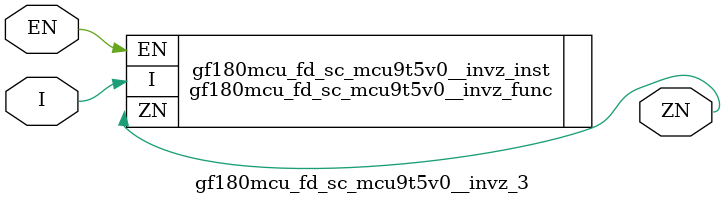
<source format=v>

`ifndef GF180MCU_FD_SC_MCU9T5V0__INVZ_3_V
`define GF180MCU_FD_SC_MCU9T5V0__INVZ_3_V

`include "gf180mcu_fd_sc_mcu9t5v0__invz_func.v"

`ifdef USE_POWER_PINS
module gf180mcu_fd_sc_mcu9t5v0__invz_3( EN, I, ZN, VDD, VSS );
inout VDD, VSS;
`else // If not USE_POWER_PINS
module gf180mcu_fd_sc_mcu9t5v0__invz_3( EN, I, ZN );
`endif // If not USE_POWER_PINS
input EN, I;
output ZN;

`ifdef USE_POWER_PINS
  gf180mcu_fd_sc_mcu9t5v0__invz_func gf180mcu_fd_sc_mcu9t5v0__invz_inst(.EN(EN),.I(I),.ZN(ZN),.VDD(VDD),.VSS(VSS));
`else // If not USE_POWER_PINS
  gf180mcu_fd_sc_mcu9t5v0__invz_func gf180mcu_fd_sc_mcu9t5v0__invz_inst(.EN(EN),.I(I),.ZN(ZN));
`endif // If not USE_POWER_PINS

`ifndef FUNCTIONAL
	// spec_gates_begin


	// spec_gates_end



   specify

	// specify_block_begin

	// comb arc EN --> ZN
	 (EN => ZN) = (1.0,1.0);

	// comb arc I --> ZN
	 (I => ZN) = (1.0,1.0);

	// specify_block_end

   endspecify

   `endif

endmodule
`endif // GF180MCU_FD_SC_MCU9T5V0__INVZ_3_V

</source>
